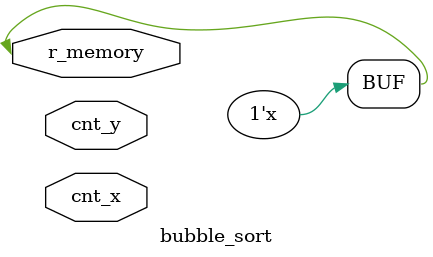
<source format=sv>
`timescale 1ns / 1ps


module bubble_sort(
    input cnt_x,
    input cnt_y,
    input r_memory
    
    );
    always_comb
    begin
   //int i;
   int j; 
   logic [7:0] temp;
  if (ADDRY == 4'b1111)
     //for (i=0; i<16; i++) begin
         for (j=0; j<16; j++) begin
             if (r_memory[j] > r_memory[j+1])
               temp = r_memory[j];
               r_memory[j] = r_memory[j+1];
               r_memory[j+1] = temp;
               
        
         //end
     end
    end
endmodule

</source>
